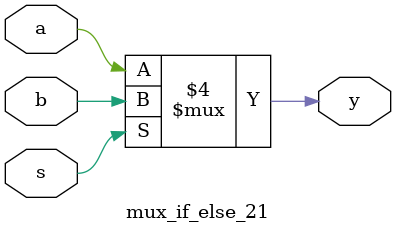
<source format=v>
module mux_if_else_21(y,a,b,s);
input a,s,b;
output reg y;
always @(*)
begin
 if(s==1'b0)begin
   y=a;
 end
 else begin
   y=b;
 end
end 
endmodule
</source>
